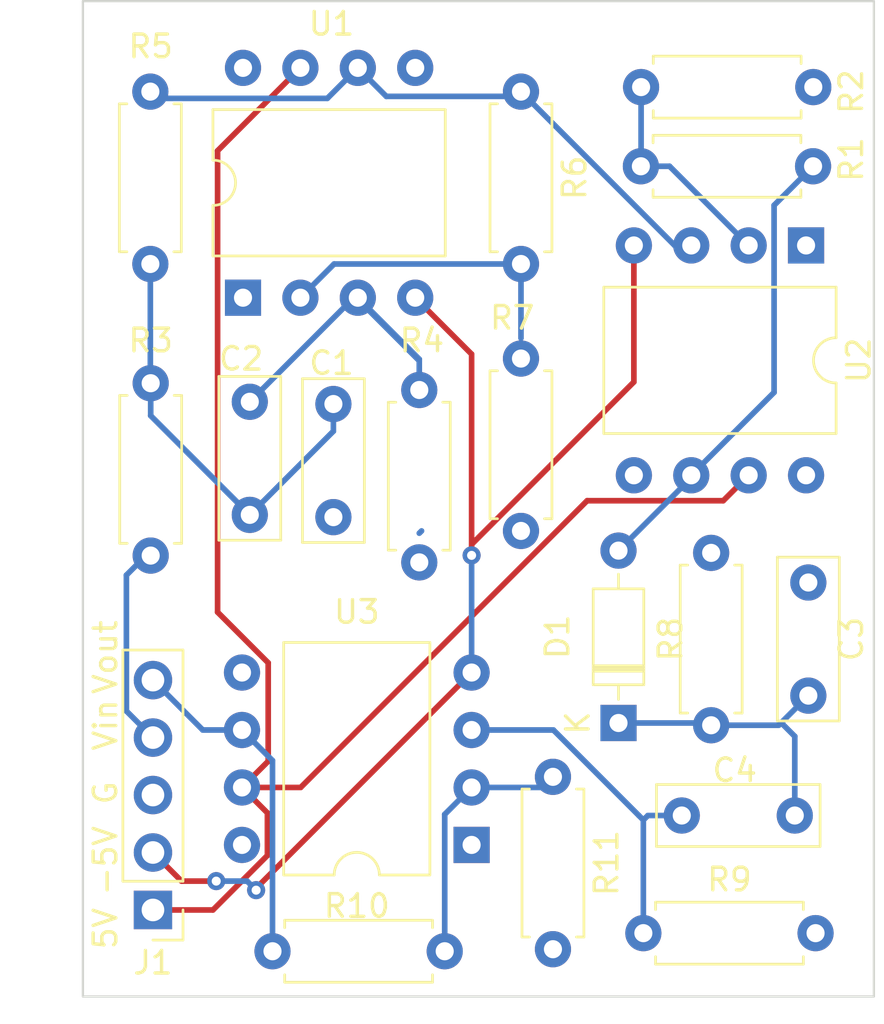
<source format=kicad_pcb>
(kicad_pcb (version 20211014) (generator pcbnew)
  (layers (0 "F.Cu" signal) (31 "B.Cu" signal) (34 "B.Paste" user) (35 "F.Paste" user) (36 "B.SilkS" user "B.Silkscreen") (37 "F.SilkS" user "F.Silkscreen") (38 "B.Mask" user) (39 "F.Mask" user) (44 "Edge.Cuts" user))
  (net 0 "")
  (net 1 "GND")
  (net 2 "Net-(C1-Pad2)")
  (net 3 "Net-(C2-Pad2)")
  (net 4 "Net-(C3-Pad1)")
  (net 5 "Net-(C4-Pad2)")
  (net 6 "Net-(R1-Pad1)")
  (net 7 "+5V")
  (net 8 "-5V")
  (net 9 "Net-(R1-Pad2)")
  (net 10 "V_in")
  (net 11 "Net-(R5-Pad2)")
  (net 12 "Net-(R6-Pad2)")
  (net 13 "V_out")
  (net 14 "Net-(R10-Pad2)")
  (footprint "Capacitor_THT:C_Disc_D7.0mm_W2.5mm_P5.00mm" (layer "F.Cu") (at 94.085 83.81 90)
    (fp_text reference "C1" (at 6.81 -0.085) (layer "F.SilkS"))
    (fp_text value "C")
    (fp_line (start -1.12 1.37) (end 6.12 1.37) (layer "F.SilkS") (width 0.12))
    (fp_line (start -1.12 -1.37) (end 6.12 -1.37) (layer "F.SilkS") (width 0.12))
    (fp_line (start 6.12 -1.37) (end 6.12 1.37) (layer "F.SilkS") (width 0.12))
    (fp_line (start -1.12 -1.37) (end -1.12 1.37) (layer "F.SilkS") (width 0.12))
    (pad "1" thru_hole circle (at 0 0 90) (size 1.6 1.6) (drill 0.8) (layers *.Cu *.Mask) (net 1 "GND"))
    (pad "2" thru_hole circle (at 5 0 90) (size 1.6 1.6) (drill 0.8) (layers *.Cu *.Mask) (net 2 "Net-(C1-Pad2)"))
  )
  (footprint "Resistor_THT:R_Axial_DIN0207_L6.3mm_D2.5mm_P7.62mm_Horizontal" (layer "F.Cu") (at 110.8 93.01 90)
    (fp_text reference "R8" (at 3.81 -1.8 90) (layer "F.SilkS"))
    (fp_text value "R")
    (fp_line (start 7.08 1.37) (end 7.08 1.04) (layer "F.SilkS") (width 0.12))
    (fp_line (start 0.54 1.04) (end 0.54 1.37) (layer "F.SilkS") (width 0.12))
    (fp_line (start 0.54 -1.37) (end 7.08 -1.37) (layer "F.SilkS") (width 0.12))
    (fp_line (start 0.54 -1.04) (end 0.54 -1.37) (layer "F.SilkS") (width 0.12))
    (fp_line (start 0.54 1.37) (end 7.08 1.37) (layer "F.SilkS") (width 0.12))
    (fp_line (start 7.08 -1.37) (end 7.08 -1.04) (layer "F.SilkS") (width 0.12))
    (pad "1" thru_hole circle (at 0 0 90) (size 1.6 1.6) (drill 0.8) (layers *.Cu *.Mask) (net 4 "Net-(C3-Pad1)"))
    (pad "2" thru_hole oval (at 7.62 0 90) (size 1.6 1.6) (drill 0.8) (layers *.Cu *.Mask) (net 1 "GND"))
  )
  (footprint "Package_DIP:DIP-8_W10.16mm" (layer "F.Cu") (at 115 71.8 -90)
    (fp_text reference "U2" (at 5.08 -2.33 90) (layer "F.SilkS"))
    (fp_text value "LM741")
    (fp_line (start 1.845 -1.33) (end 1.845 8.95) (layer "F.SilkS") (width 0.12))
    (fp_line (start 4.08 -1.33) (end 1.845 -1.33) (layer "F.SilkS") (width 0.12))
    (fp_line (start 8.315 8.95) (end 8.315 -1.33) (layer "F.SilkS") (width 0.12))
    (fp_line (start 8.315 -1.33) (end 6.08 -1.33) (layer "F.SilkS") (width 0.12))
    (fp_line (start 1.845 8.95) (end 8.315 8.95) (layer "F.SilkS") (width 0.12))
    (fp_arc (start 6.08 -1.33) (mid 5.08 -0.33) (end 4.08 -1.33) (layer "F.SilkS") (width 0.12))
    (pad "1" thru_hole rect (at 0 0 270) (size 1.6 1.6) (drill 0.8) (layers *.Cu *.Mask))
    (pad "2" thru_hole oval (at 0 2.54 270) (size 1.6 1.6) (drill 0.8) (layers *.Cu *.Mask) (net 9 "Net-(R1-Pad2)"))
    (pad "3" thru_hole oval (at 0 5.08 270) (size 1.6 1.6) (drill 0.8) (layers *.Cu *.Mask) (net 11 "Net-(R5-Pad2)"))
    (pad "4" thru_hole oval (at 0 7.62 270) (size 1.6 1.6) (drill 0.8) (layers *.Cu *.Mask) (net 8 "-5V"))
    (pad "5" thru_hole oval (at 10.16 7.62 270) (size 1.6 1.6) (drill 0.8) (layers *.Cu *.Mask))
    (pad "6" thru_hole oval (at 10.16 5.08 270) (size 1.6 1.6) (drill 0.8) (layers *.Cu *.Mask) (net 6 "Net-(R1-Pad1)"))
    (pad "7" thru_hole oval (at 10.16 2.54 270) (size 1.6 1.6) (drill 0.8) (layers *.Cu *.Mask) (net 7 "+5V"))
    (pad "8" thru_hole oval (at 10.16 0 270) (size 1.6 1.6) (drill 0.8) (layers *.Cu *.Mask))
  )
  (footprint "Resistor_THT:R_Axial_DIN0207_L6.3mm_D2.5mm_P7.62mm_Horizontal" (layer "F.Cu") (at 107.8 102.2)
    (fp_text reference "R9" (at 3.81 -2.37) (layer "F.SilkS"))
    (fp_text value "R")
    (fp_line (start 7.08 1.37) (end 7.08 1.04) (layer "F.SilkS") (width 0.12))
    (fp_line (start 0.54 1.37) (end 7.08 1.37) (layer "F.SilkS") (width 0.12))
    (fp_line (start 0.54 1.04) (end 0.54 1.37) (layer "F.SilkS") (width 0.12))
    (fp_line (start 7.08 -1.37) (end 7.08 -1.04) (layer "F.SilkS") (width 0.12))
    (fp_line (start 0.54 -1.04) (end 0.54 -1.37) (layer "F.SilkS") (width 0.12))
    (fp_line (start 0.54 -1.37) (end 7.08 -1.37) (layer "F.SilkS") (width 0.12))
    (pad "1" thru_hole circle (at 0 0) (size 1.6 1.6) (drill 0.8) (layers *.Cu *.Mask) (net 5 "Net-(C4-Pad2)"))
    (pad "2" thru_hole oval (at 7.62 0) (size 1.6 1.6) (drill 0.8) (layers *.Cu *.Mask) (net 1 "GND"))
  )
  (footprint "Capacitor_THT:C_Disc_D7.0mm_W2.5mm_P5.00mm" (layer "F.Cu") (at 115.1 91.7 90)
    (fp_text reference "C3" (at 2.5 1.9 90) (layer "F.SilkS"))
    (fp_text value "C")
    (fp_line (start 6.12 -1.37) (end 6.12 1.37) (layer "F.SilkS") (width 0.12))
    (fp_line (start -1.12 1.37) (end 6.12 1.37) (layer "F.SilkS") (width 0.12))
    (fp_line (start -1.12 -1.37) (end -1.12 1.37) (layer "F.SilkS") (width 0.12))
    (fp_line (start -1.12 -1.37) (end 6.12 -1.37) (layer "F.SilkS") (width 0.12))
    (pad "1" thru_hole circle (at 0 0 90) (size 1.6 1.6) (drill 0.8) (layers *.Cu *.Mask) (net 4 "Net-(C3-Pad1)"))
    (pad "2" thru_hole circle (at 5 0 90) (size 1.6 1.6) (drill 0.8) (layers *.Cu *.Mask) (net 1 "GND"))
  )
  (footprint "Resistor_THT:R_Axial_DIN0207_L6.3mm_D2.5mm_P7.62mm_Horizontal" (layer "F.Cu") (at 85.985 72.62 90)
    (fp_text reference "R5" (at 9.62 0.015 180) (layer "F.SilkS"))
    (fp_text value "R")
    (fp_line (start 0.54 1.37) (end 7.08 1.37) (layer "F.SilkS") (width 0.12))
    (fp_line (start 7.08 1.37) (end 7.08 1.04) (layer "F.SilkS") (width 0.12))
    (fp_line (start 0.54 -1.37) (end 7.08 -1.37) (layer "F.SilkS") (width 0.12))
    (fp_line (start 0.54 1.04) (end 0.54 1.37) (layer "F.SilkS") (width 0.12))
    (fp_line (start 7.08 -1.37) (end 7.08 -1.04) (layer "F.SilkS") (width 0.12))
    (fp_line (start 0.54 -1.04) (end 0.54 -1.37) (layer "F.SilkS") (width 0.12))
    (pad "1" thru_hole circle (at 0 0 90) (size 1.6 1.6) (drill 0.8) (layers *.Cu *.Mask) (net 2 "Net-(C1-Pad2)"))
    (pad "2" thru_hole oval (at 7.62 0 90) (size 1.6 1.6) (drill 0.8) (layers *.Cu *.Mask) (net 11 "Net-(R5-Pad2)"))
  )
  (footprint "Resistor_THT:R_Axial_DIN0207_L6.3mm_D2.5mm_P7.62mm_Horizontal" (layer "F.Cu") (at 115.31 68.3 180)
    (fp_text reference "R1" (at -1.69 0.3 90) (layer "F.SilkS"))
    (fp_text value "R")
    (fp_line (start 0.54 -1.37) (end 7.08 -1.37) (layer "F.SilkS") (width 0.12))
    (fp_line (start 0.54 1.04) (end 0.54 1.37) (layer "F.SilkS") (width 0.12))
    (fp_line (start 7.08 1.37) (end 7.08 1.04) (layer "F.SilkS") (width 0.12))
    (fp_line (start 7.08 -1.37) (end 7.08 -1.04) (layer "F.SilkS") (width 0.12))
    (fp_line (start 0.54 -1.04) (end 0.54 -1.37) (layer "F.SilkS") (width 0.12))
    (fp_line (start 0.54 1.37) (end 7.08 1.37) (layer "F.SilkS") (width 0.12))
    (pad "1" thru_hole circle (at 0 0 180) (size 1.6 1.6) (drill 0.8) (layers *.Cu *.Mask) (net 6 "Net-(R1-Pad1)"))
    (pad "2" thru_hole oval (at 7.62 0 180) (size 1.6 1.6) (drill 0.8) (layers *.Cu *.Mask) (net 9 "Net-(R1-Pad2)"))
  )
  (footprint "Connector_PinHeader_2.54mm:PinHeader_1x05_P2.54mm_Vertical" (layer "F.Cu") (at 86.1 101.175 180)
    (fp_text reference "J1" (at 0 -2.33) (layer "F.SilkS"))
    (fp_text value "Conn_01x05_Male")
    (fp_line (start 1.33 1.27) (end 1.33 11.49) (layer "F.SilkS") (width 0.12))
    (fp_line (start -1.33 0) (end -1.33 -1.33) (layer "F.SilkS") (width 0.12))
    (fp_line (start -1.33 1.27) (end 1.33 1.27) (layer "F.SilkS") (width 0.12))
    (fp_line (start -1.33 11.49) (end 1.33 11.49) (layer "F.SilkS") (width 0.12))
    (fp_line (start -1.33 1.27) (end -1.33 11.49) (layer "F.SilkS") (width 0.12))
    (fp_line (start -1.33 -1.33) (end 0 -1.33) (layer "F.SilkS") (width 0.12))
    (pad "1" thru_hole rect (at 0 0 180) (size 1.7 1.7) (drill 1) (layers *.Cu *.Mask) (net 7 "+5V"))
    (pad "2" thru_hole oval (at 0 2.54 180) (size 1.7 1.7) (drill 1) (layers *.Cu *.Mask) (net 8 "-5V"))
    (pad "3" thru_hole oval (at 0 5.08 180) (size 1.7 1.7) (drill 1) (layers *.Cu *.Mask) (net 1 "GND"))
    (pad "4" thru_hole oval (at 0 7.62 180) (size 1.7 1.7) (drill 1) (layers *.Cu *.Mask) (net 10 "V_in"))
    (pad "5" thru_hole oval (at 0 10.16 180) (size 1.7 1.7) (drill 1) (layers *.Cu *.Mask) (net 13 "V_out"))
  )
  (footprint "Resistor_THT:R_Axial_DIN0207_L6.3mm_D2.5mm_P7.62mm_Horizontal" (layer "F.Cu") (at 86 85.51 90)
    (fp_text reference "R3" (at 9.51 0 180) (layer "F.SilkS"))
    (fp_text value "R")
    (fp_line (start 0.54 -1.37) (end 7.08 -1.37) (layer "F.SilkS") (width 0.12))
    (fp_line (start 0.54 1.04) (end 0.54 1.37) (layer "F.SilkS") (width 0.12))
    (fp_line (start 7.08 1.37) (end 7.08 1.04) (layer "F.SilkS") (width 0.12))
    (fp_line (start 0.54 1.37) (end 7.08 1.37) (layer "F.SilkS") (width 0.12))
    (fp_line (start 0.54 -1.04) (end 0.54 -1.37) (layer "F.SilkS") (width 0.12))
    (fp_line (start 7.08 -1.37) (end 7.08 -1.04) (layer "F.SilkS") (width 0.12))
    (pad "1" thru_hole circle (at 0 0 90) (size 1.6 1.6) (drill 0.8) (layers *.Cu *.Mask) (net 10 "V_in"))
    (pad "2" thru_hole oval (at 7.62 0 90) (size 1.6 1.6) (drill 0.8) (layers *.Cu *.Mask) (net 2 "Net-(C1-Pad2)"))
  )
  (footprint "Resistor_THT:R_Axial_DIN0207_L6.3mm_D2.5mm_P7.62mm_Horizontal" (layer "F.Cu") (at 103.8 95.29 -90)
    (fp_text reference "R11" (at 3.81 -2.37 90) (layer "F.SilkS"))
    (fp_text value "R")
    (fp_line (start 7.08 1.37) (end 7.08 1.04) (layer "F.SilkS") (width 0.12))
    (fp_line (start 0.54 -1.37) (end 7.08 -1.37) (layer "F.SilkS") (width 0.12))
    (fp_line (start 0.54 1.04) (end 0.54 1.37) (layer "F.SilkS") (width 0.12))
    (fp_line (start 0.54 -1.04) (end 0.54 -1.37) (layer "F.SilkS") (width 0.12))
    (fp_line (start 0.54 1.37) (end 7.08 1.37) (layer "F.SilkS") (width 0.12))
    (fp_line (start 7.08 -1.37) (end 7.08 -1.04) (layer "F.SilkS") (width 0.12))
    (pad "1" thru_hole circle (at 0 0 270) (size 1.6 1.6) (drill 0.8) (layers *.Cu *.Mask) (net 14 "Net-(R10-Pad2)"))
    (pad "2" thru_hole oval (at 7.62 0 270) (size 1.6 1.6) (drill 0.8) (layers *.Cu *.Mask) (net 1 "GND"))
  )
  (footprint "Resistor_THT:R_Axial_DIN0207_L6.3mm_D2.5mm_P7.62mm_Horizontal" (layer "F.Cu") (at 91.39 103)
    (fp_text reference "R10" (at 3.73 -2 180) (layer "F.SilkS"))
    (fp_text value "R")
    (fp_line (start 7.08 1.37) (end 7.08 1.04) (layer "F.SilkS") (width 0.12))
    (fp_line (start 0.54 -1.37) (end 7.08 -1.37) (layer "F.SilkS") (width 0.12))
    (fp_line (start 0.54 -1.04) (end 0.54 -1.37) (layer "F.SilkS") (width 0.12))
    (fp_line (start 0.54 1.37) (end 7.08 1.37) (layer "F.SilkS") (width 0.12))
    (fp_line (start 0.54 1.04) (end 0.54 1.37) (layer "F.SilkS") (width 0.12))
    (fp_line (start 7.08 -1.37) (end 7.08 -1.04) (layer "F.SilkS") (width 0.12))
    (pad "1" thru_hole circle (at 0 0) (size 1.6 1.6) (drill 0.8) (layers *.Cu *.Mask) (net 13 "V_out"))
    (pad "2" thru_hole oval (at 7.62 0) (size 1.6 1.6) (drill 0.8) (layers *.Cu *.Mask) (net 14 "Net-(R10-Pad2)"))
  )
  (footprint "Package_DIP:DIP-8_W10.16mm" (layer "F.Cu") (at 90.085 74.11 90)
    (fp_text reference "U1" (at 12.11 3.915 180) (layer "F.SilkS"))
    (fp_text value "LM741")
    (fp_line (start 1.845 8.95) (end 8.315 8.95) (layer "F.SilkS") (width 0.12))
    (fp_line (start 8.315 -1.33) (end 6.08 -1.33) (layer "F.SilkS") (width 0.12))
    (fp_line (start 1.845 -1.33) (end 1.845 8.95) (layer "F.SilkS") (width 0.12))
    (fp_line (start 8.315 8.95) (end 8.315 -1.33) (layer "F.SilkS") (width 0.12))
    (fp_line (start 4.08 -1.33) (end 1.845 -1.33) (layer "F.SilkS") (width 0.12))
    (fp_arc (start 6.08 -1.33) (mid 5.08 -0.33) (end 4.08 -1.33) (layer "F.SilkS") (width 0.12))
    (pad "1" thru_hole rect (at 0 0 90) (size 1.6 1.6) (drill 0.8) (layers *.Cu *.Mask))
    (pad "2" thru_hole oval (at 0 2.54 90) (size 1.6 1.6) (drill 0.8) (layers *.Cu *.Mask) (net 12 "Net-(R6-Pad2)"))
    (pad "3" thru_hole oval (at 0 5.08 90) (size 1.6 1.6) (drill 0.8) (layers *.Cu *.Mask) (net 3 "Net-(C2-Pad2)"))
    (pad "4" thru_hole oval (at 0 7.62 90) (size 1.6 1.6) (drill 0.8) (layers *.Cu *.Mask) (net 8 "-5V"))
    (pad "5" thru_hole oval (at 10.16 7.62 90) (size 1.6 1.6) (drill 0.8) (layers *.Cu *.Mask))
    (pad "6" thru_hole oval (at 10.16 5.08 90) (size 1.6 1.6) (drill 0.8) (layers *.Cu *.Mask) (net 11 "Net-(R5-Pad2)"))
    (pad "7" thru_hole oval (at 10.16 2.54 90) (size 1.6 1.6) (drill 0.8) (layers *.Cu *.Mask) (net 7 "+5V"))
    (pad "8" thru_hole oval (at 10.16 0 90) (size 1.6 1.6) (drill 0.8) (layers *.Cu *.Mask))
  )
  (footprint "Capacitor_THT:C_Disc_D7.0mm_W2.5mm_P5.00mm" (layer "F.Cu") (at 90.385 83.71 90)
    (fp_text reference "C2" (at 6.9 -0.385 180) (layer "F.SilkS"))
    (fp_text value "C")
    (fp_line (start -1.12 -1.37) (end 6.12 -1.37) (layer "F.SilkS") (width 0.12))
    (fp_line (start 6.12 -1.37) (end 6.12 1.37) (layer "F.SilkS") (width 0.12))
    (fp_line (start -1.12 1.37) (end 6.12 1.37) (layer "F.SilkS") (width 0.12))
    (fp_line (start -1.12 -1.37) (end -1.12 1.37) (layer "F.SilkS") (width 0.12))
    (pad "1" thru_hole circle (at 0 0 90) (size 1.6 1.6) (drill 0.8) (layers *.Cu *.Mask) (net 2 "Net-(C1-Pad2)"))
    (pad "2" thru_hole circle (at 5 0 90) (size 1.6 1.6) (drill 0.8) (layers *.Cu *.Mask) (net 3 "Net-(C2-Pad2)"))
  )
  (footprint "Resistor_THT:R_Axial_DIN0207_L6.3mm_D2.5mm_P7.62mm_Horizontal" (layer "F.Cu") (at 102.385 76.8 -90)
    (fp_text reference "R7" (at -1.8 0.385 180) (layer "F.SilkS"))
    (fp_text value "R")
    (fp_line (start 0.54 -1.37) (end 7.08 -1.37) (layer "F.SilkS") (width 0.12))
    (fp_line (start 7.08 -1.37) (end 7.08 -1.04) (layer "F.SilkS") (width 0.12))
    (fp_line (start 7.08 1.37) (end 7.08 1.04) (layer "F.SilkS") (width 0.12))
    (fp_line (start 0.54 -1.04) (end 0.54 -1.37) (layer "F.SilkS") (width 0.12))
    (fp_line (start 0.54 1.04) (end 0.54 1.37) (layer "F.SilkS") (width 0.12))
    (fp_line (start 0.54 1.37) (end 7.08 1.37) (layer "F.SilkS") (width 0.12))
    (pad "1" thru_hole circle (at 0 0 270) (size 1.6 1.6) (drill 0.8) (layers *.Cu *.Mask) (net 12 "Net-(R6-Pad2)"))
    (pad "2" thru_hole oval (at 7.62 0 270) (size 1.6 1.6) (drill 0.8) (layers *.Cu *.Mask) (net 1 "GND"))
  )
  (footprint "Package_DIP:DIP-8_W10.16mm" (layer "F.Cu") (at 100.2 98.3 180)
    (fp_text reference "U3" (at 5.08 10.3) (layer "F.SilkS"))
    (fp_text value "LM741")
    (fp_line (start 1.845 -1.33) (end 1.845 8.95) (layer "F.SilkS") (width 0.12))
    (fp_line (start 8.315 8.95) (end 8.315 -1.33) (layer "F.SilkS") (width 0.12))
    (fp_line (start 1.845 8.95) (end 8.315 8.95) (layer "F.SilkS") (width 0.12))
    (fp_line (start 4.08 -1.33) (end 1.845 -1.33) (layer "F.SilkS") (width 0.12))
    (fp_line (start 8.315 -1.33) (end 6.08 -1.33) (layer "F.SilkS") (width 0.12))
    (fp_arc (start 6.08 -1.33) (mid 5.08 -0.33) (end 4.08 -1.33) (layer "F.SilkS") (width 0.12))
    (pad "1" thru_hole rect (at 0 0 180) (size 1.6 1.6) (drill 0.8) (layers *.Cu *.Mask))
    (pad "2" thru_hole oval (at 0 2.54 180) (size 1.6 1.6) (drill 0.8) (layers *.Cu *.Mask) (net 14 "Net-(R10-Pad2)"))
    (pad "3" thru_hole oval (at 0 5.08 180) (size 1.6 1.6) (drill 0.8) (layers *.Cu *.Mask) (net 5 "Net-(C4-Pad2)"))
    (pad "4" thru_hole oval (at 0 7.62 180) (size 1.6 1.6) (drill 0.8) (layers *.Cu *.Mask) (net 8 "-5V"))
    (pad "5" thru_hole oval (at 10.16 7.62 180) (size 1.6 1.6) (drill 0.8) (layers *.Cu *.Mask))
    (pad "6" thru_hole oval (at 10.16 5.08 180) (size 1.6 1.6) (drill 0.8) (layers *.Cu *.Mask) (net 13 "V_out"))
    (pad "7" thru_hole oval (at 10.16 2.54 180) (size 1.6 1.6) (drill 0.8) (layers *.Cu *.Mask) (net 7 "+5V"))
    (pad "8" thru_hole oval (at 10.16 0 180) (size 1.6 1.6) (drill 0.8) (layers *.Cu *.Mask))
  )
  (footprint "Resistor_THT:R_Axial_DIN0207_L6.3mm_D2.5mm_P7.62mm_Horizontal" (layer "F.Cu") (at 107.7 64.8)
    (fp_text reference "R2" (at 9.3 0.2 90) (layer "F.SilkS"))
    (fp_text value "R")
    (fp_line (start 7.08 1.37) (end 7.08 1.04) (layer "F.SilkS") (width 0.12))
    (fp_line (start 0.54 1.37) (end 7.08 1.37) (layer "F.SilkS") (width 0.12))
    (fp_line (start 0.54 -1.37) (end 7.08 -1.37) (layer "F.SilkS") (width 0.12))
    (fp_line (start 0.54 1.04) (end 0.54 1.37) (layer "F.SilkS") (width 0.12))
    (fp_line (start 0.54 -1.04) (end 0.54 -1.37) (layer "F.SilkS") (width 0.12))
    (fp_line (start 7.08 -1.37) (end 7.08 -1.04) (layer "F.SilkS") (width 0.12))
    (pad "1" thru_hole circle (at 0 0) (size 1.6 1.6) (drill 0.8) (layers *.Cu *.Mask) (net 9 "Net-(R1-Pad2)"))
    (pad "2" thru_hole oval (at 7.62 0) (size 1.6 1.6) (drill 0.8) (layers *.Cu *.Mask) (net 1 "GND"))
  )
  (footprint "Resistor_THT:R_Axial_DIN0207_L6.3mm_D2.5mm_P7.62mm_Horizontal" (layer "F.Cu") (at 97.885 78.19 -90)
    (fp_text reference "R4" (at -2.19 -0.115 180) (layer "F.SilkS"))
    (fp_text value "R")
    (fp_line (start 7.08 -1.37) (end 7.08 -1.04) (layer "F.SilkS") (width 0.12))
    (fp_line (start 0.54 -1.04) (end 0.54 -1.37) (layer "F.SilkS") (width 0.12))
    (fp_line (start 0.54 1.37) (end 7.08 1.37) (layer "F.SilkS") (width 0.12))
    (fp_line (start 0.54 1.04) (end 0.54 1.37) (layer "F.SilkS") (width 0.12))
    (fp_line (start 7.08 1.37) (end 7.08 1.04) (layer "F.SilkS") (width 0.12))
    (fp_line (start 0.54 -1.37) (end 7.08 -1.37) (layer "F.SilkS") (width 0.12))
    (pad "1" thru_hole circle (at 0 0 270) (size 1.6 1.6) (drill 0.8) (layers *.Cu *.Mask) (net 3 "Net-(C2-Pad2)"))
    (pad "2" thru_hole oval (at 7.62 0 270) (size 1.6 1.6) (drill 0.8) (layers *.Cu *.Mask) (net 1 "GND"))
  )
  (footprint "Capacitor_THT:C_Disc_D7.0mm_W2.5mm_P5.00mm" (layer "F.Cu") (at 114.5 97 180)
    (fp_text reference "C4" (at 2.66 2) (layer "F.SilkS"))
    (fp_text value "C")
    (fp_line (start -1.12 -1.37) (end -1.12 1.37) (layer "F.SilkS") (width 0.12))
    (fp_line (start 6.12 -1.37) (end 6.12 1.37) (layer "F.SilkS") (width 0.12))
    (fp_line (start -1.12 1.37) (end 6.12 1.37) (layer "F.SilkS") (width 0.12))
    (fp_line (start -1.12 -1.37) (end 6.12 -1.37) (layer "F.SilkS") (width 0.12))
    (pad "1" thru_hole circle (at 0 0 180) (size 1.6 1.6) (drill 0.8) (layers *.Cu *.Mask) (net 4 "Net-(C3-Pad1)"))
    (pad "2" thru_hole circle (at 5 0 180) (size 1.6 1.6) (drill 0.8) (layers *.Cu *.Mask) (net 5 "Net-(C4-Pad2)"))
  )
  (footprint "Diode_THT:D_DO-35_SOD27_P7.62mm_Horizontal" (layer "F.Cu") (at 106.7 92.91 90)
    (fp_text reference "D1" (at 3.81 -2.7 90) (layer "F.SilkS"))
    (fp_text value "1N4448")
    (fp_text user "K" (at 0 -1.8 90) (layer "F.SilkS"))
    (fp_line (start 5.93 -1.12) (end 1.69 -1.12) (layer "F.SilkS") (width 0.12))
    (fp_line (start 2.41 -1.12) (end 2.41 1.12) (layer "F.SilkS") (width 0.12))
    (fp_line (start 5.93 1.12) (end 5.93 -1.12) (layer "F.SilkS") (width 0.12))
    (fp_line (start 1.04 0) (end 1.69 0) (layer "F.SilkS") (width 0.12))
    (fp_line (start 2.29 -1.12) (end 2.29 1.12) (layer "F.SilkS") (width 0.12))
    (fp_line (start 2.53 -1.12) (end 2.53 1.12) (layer "F.SilkS") (width 0.12))
    (fp_line (start 1.69 -1.12) (end 1.69 1.12) (layer "F.SilkS") (width 0.12))
    (fp_line (start 1.69 1.12) (end 5.93 1.12) (layer "F.SilkS") (width 0.12))
    (fp_line (start 6.58 0) (end 5.93 0) (layer "F.SilkS") (width 0.12))
    (pad "1" thru_hole rect (at 0 0 90) (size 1.6 1.6) (drill 0.8) (layers *.Cu *.Mask) (net 4 "Net-(C3-Pad1)"))
    (pad "2" thru_hole oval (at 7.62 0 90) (size 1.6 1.6) (drill 0.8) (layers *.Cu *.Mask) (net 6 "Net-(R1-Pad1)"))
  )
  (footprint "Resistor_THT:R_Axial_DIN0207_L6.3mm_D2.5mm_P7.62mm_Horizontal" (layer "F.Cu") (at 102.385 65 -90)
    (fp_text reference "R6" (at 3.81 -2.37 90) (layer "F.SilkS"))
    (fp_text value "R")
    (fp_line (start 7.08 1.37) (end 7.08 1.04) (layer "F.SilkS") (width 0.12))
    (fp_line (start 0.54 1.04) (end 0.54 1.37) (layer "F.SilkS") (width 0.12))
    (fp_line (start 0.54 -1.04) (end 0.54 -1.37) (layer "F.SilkS") (width 0.12))
    (fp_line (start 7.08 -1.37) (end 7.08 -1.04) (layer "F.SilkS") (width 0.12))
    (fp_line (start 0.54 -1.37) (end 7.08 -1.37) (layer "F.SilkS") (width 0.12))
    (fp_line (start 0.54 1.37) (end 7.08 1.37) (layer "F.SilkS") (width 0.12))
    (pad "1" thru_hole circle (at 0 0 270) (size 1.6 1.6) (drill 0.8) (layers *.Cu *.Mask) (net 11 "Net-(R5-Pad2)"))
    (pad "2" thru_hole oval (at 7.62 0 270) (size 1.6 1.6) (drill 0.8) (layers *.Cu *.Mask) (net 12 "Net-(R6-Pad2)"))
  )
  (gr_rect (start 118 105) (end 83 61) (layer "Edge.Cuts") (width 0.1) (fill none))
  (gr_text "5V" (at 84 102 90) (layer "F.SilkS") (effects (font (size 1 1))))
  (gr_text "Vout" (at 84 90 90) (layer "F.SilkS") (effects (font (size 1 1))))
  (gr_text "G\n" (at 84 96 90) (layer "F.SilkS") (effects (font (size 1 1))))
  (gr_text "Vin\n" (at 84 93 90) (layer "F.SilkS") (effects (font (size 1 1))))
  (gr_text "-5V" (at 84 99 90) (layer "F.SilkS") (effects (font (size 1 1))))
  (segment (start 104.11 102.6) (end 103.8 102.91) (width 0.25) (layer "B.Cu") (net 1))
  (segment (start 97.985 84.42) (end 97.885 84.52) (width 0.25) (layer "B.Cu") (net 1))
  (segment (start 94.085 78.81) (end 94.085 80.01) (width 0.25) (layer "B.Cu") (net 2))
  (segment (start 86 79.325) (end 90.385 83.71) (width 0.25) (layer "B.Cu") (net 2))
  (segment (start 90.185 83.91) (end 90.385 83.71) (width 0.25) (layer "B.Cu") (net 2))
  (segment (start 87.585 80.91) (end 90.385 83.71) (width 0.25) (layer "B.Cu") (net 2))
  (segment (start 85.985 72.62) (end 85.985 77.875) (width 0.25) (layer "B.Cu") (net 2))
  (segment (start 86 77.89) (end 86 79.325) (width 0.25) (layer "B.Cu") (net 2))
  (segment (start 85.985 77.875) (end 86 77.89) (width 0.25) (layer "B.Cu") (net 2))
  (segment (start 94.085 80.01) (end 90.385 83.71) (width 0.25) (layer "B.Cu") (net 2))
  (segment (start 95.165 74.18) (end 95.165 74.11) (width 0.25) (layer "B.Cu") (net 3))
  (segment (start 94.985 74.11) (end 95.165 74.11) (width 0.25) (layer "B.Cu") (net 3))
  (segment (start 97.885 78.19) (end 97.885 76.83) (width 0.25) (layer "B.Cu") (net 3))
  (segment (start 97.885 76.9) (end 95.165 74.18) (width 0.25) (layer "B.Cu") (net 3))
  (segment (start 90.385 78.71) (end 94.985 74.11) (width 0.25) (layer "B.Cu") (net 3))
  (segment (start 97.885 76.83) (end 95.165 74.11) (width 0.25) (layer "B.Cu") (net 3))
  (segment (start 113.79 93.01) (end 115.1 91.7) (width 0.25) (layer "B.Cu") (net 4))
  (segment (start 106.7 92.91) (end 110.7 92.91) (width 0.25) (layer "B.Cu") (net 4))
  (segment (start 114.5 97) (end 114.5 93.5) (width 0.25) (layer "B.Cu") (net 4))
  (segment (start 110.7 92.91) (end 110.8 93.01) (width 0.25) (layer "B.Cu") (net 4))
  (segment (start 114.5 93.5) (end 114 93) (width 0.25) (layer "B.Cu") (net 4))
  (segment (start 110.8 93.01) (end 113.79 93.01) (width 0.25) (layer "B.Cu") (net 4))
  (segment (start 107.6 97) (end 103.82 93.22) (width 0.25) (layer "B.Cu") (net 5))
  (segment (start 107.8 102.2) (end 107.8 97.2) (width 0.25) (layer "B.Cu") (net 5))
  (segment (start 109.5 97) (end 108 97) (width 0.25) (layer "B.Cu") (net 5))
  (segment (start 108 97) (end 107.8 97.2) (width 0.25) (layer "B.Cu") (net 5))
  (segment (start 107.8 97.2) (end 107.6 97) (width 0.25) (layer "B.Cu") (net 5))
  (segment (start 103.82 93.22) (end 100.2 93.22) (width 0.25) (layer "B.Cu") (net 5))
  (segment (start 113.584511 70.025489) (end 113.584511 78.295489) (width 0.25) (layer "B.Cu") (net 6))
  (segment (start 109.92 82.07) (end 109.92 81.96) (width 0.25) (layer "B.Cu") (net 6))
  (segment (start 106.7 85.29) (end 109.92 82.07) (width 0.25) (layer "B.Cu") (net 6))
  (segment (start 113.584511 78.295489) (end 109.92 81.96) (width 0.25) (layer "B.Cu") (net 6))
  (segment (start 115.31 68.3) (end 113.584511 70.025489) (width 0.25) (layer "B.Cu") (net 6))
  (segment (start 92.625 63.95) (end 88.960489 67.614511) (width 0.25) (layer "F.Cu") (net 7))
  (segment (start 88.7553 101.175) (end 91.164511 98.765789) (width 0.25) (layer "F.Cu") (net 7))
  (segment (start 90.04 95.76) (end 92.6353 95.76) (width 0.25) (layer "F.Cu") (net 7))
  (segment (start 86.1 101.175) (end 88.7553 101.175) (width 0.25) (layer "F.Cu") (net 7))
  (segment (start 91.164511 96.884511) (end 90.04 95.76) (width 0.25) (layer "F.Cu") (net 7))
  (segment (start 88.960489 88.010189) (end 91.2 90.2497) (width 0.25) (layer "F.Cu") (net 7))
  (segment (start 88.960489 67.614511) (end 88.960489 88.010189) (width 0.25) (layer "F.Cu") (net 7))
  (segment (start 92.6353 95.76) (end 105.310789 83.084511) (width 0.25) (layer "F.Cu") (net 7))
  (segment (start 91.164511 98.765789) (end 91.164511 96.884511) (width 0.25) (layer "F.Cu") (net 7))
  (segment (start 91.2 90.2497) (end 91.2 94.6) (width 0.25) (layer "F.Cu") (net 7))
  (segment (start 91.2 94.6) (end 90.04 95.76) (width 0.25) (layer "F.Cu") (net 7))
  (segment (start 111.335489 83.084511) (end 112.46 81.96) (width 0.25) (layer "F.Cu") (net 7))
  (segment (start 105.310789 83.084511) (end 111.335489 83.084511) (width 0.25) (layer "F.Cu") (net 7))
  (segment (start 90.6655 100.2145) (end 100.2 90.68) (width 0.25) (layer "F.Cu") (net 8))
  (segment (start 90.6655 100.3) (end 90.6655 100.2145) (width 0.25) (layer "F.Cu") (net 8))
  (segment (start 86.1 98.635) (end 87.365 99.9) (width 0.25) (layer "F.Cu") (net 8))
  (segment (start 100.2 85.5) (end 100.2 85.0147) (width 0.25) (layer "F.Cu") (net 8))
  (segment (start 100.2 76.605) (end 97.705 74.11) (width 0.25) (layer "F.Cu") (net 8))
  (segment (start 100.2 85.0147) (end 107.38 77.8347) (width 0.25) (layer "F.Cu") (net 8))
  (segment (start 100.2 85.5) (end 100.2 76.605) (width 0.25) (layer "F.Cu") (net 8))
  (segment (start 87.365 99.9) (end 88.9 99.9) (width 0.25) (layer "F.Cu") (net 8))
  (segment (start 107.38 77.8347) (end 107.38 71.8) (width 0.25) (layer "F.Cu") (net 8))
  (via (at 90.6655 100.3) (size 0.8) (drill 0.4) (layers "F.Cu" "B.Cu") (net 8))
  (via (at 88.9 99.9) (size 0.8) (drill 0.4) (layers "F.Cu" "B.Cu") (net 8))
  (via (at 100.2 85.5) (size 0.8) (drill 0.4) (layers "F.Cu" "B.Cu") (net 8))
  (segment (start 100.2 90.68) (end 100.2 85.5) (width 0.25) (layer "B.Cu") (net 8))
  (segment (start 90.2655 99.9) (end 90.6655 100.3) (width 0.25) (layer "B.Cu") (net 8))
  (segment (start 88.9 99.9) (end 90.2655 99.9) (width 0.25) (layer "B.Cu") (net 8))
  (segment (start 107.69 68.3) (end 108.96 68.3) (width 0.25) (layer "B.Cu") (net 9))
  (segment (start 107.7 68.29) (end 107.69 68.3) (width 0.25) (layer "B.Cu") (net 9))
  (segment (start 107.7 64.8) (end 107.7 68.29) (width 0.25) (layer "B.Cu") (net 9))
  (segment (start 108.96 68.3) (end 112.46 71.8) (width 0.25) (layer "B.Cu") (net 9))
  (segment (start 84.925489 92.380489) (end 84.925489 86.374511) (width 0.25) (layer "B.Cu") (net 10))
  (segment (start 84.925489 86.374511) (end 85.8 85.5) (width 0.25) (layer "B.Cu") (net 10))
  (segment (start 86.1 93.555) (end 84.925489 92.380489) (width 0.25) (layer "B.Cu") (net 10))
  (segment (start 85.985 65.3) (end 93.815 65.3) (width 0.25) (layer "B.Cu") (net 11))
  (segment (start 93.815 65.3) (end 95.165 63.95) (width 0.25) (layer "B.Cu") (net 11))
  (segment (start 102.175 65.21) (end 96.425 65.21) (width 0.25) (layer "B.Cu") (net 11))
  (segment (start 102.385 65) (end 109.185 71.8) (width 0.25) (layer "B.Cu") (net 11))
  (segment (start 109.185 71.8) (end 109.92 71.8) (width 0.25) (layer "B.Cu") (net 11))
  (segment (start 102.385 65) (end 102.175 65.21) (width 0.25) (layer "B.Cu") (net 11))
  (segment (start 96.425 65.21) (end 95.165 63.95) (width 0.25) (layer "B.Cu") (net 11))
  (segment (start 102.385 72.62) (end 94.115 72.62) (width 0.25) (layer "B.Cu") (net 12))
  (segment (start 102.385 75.9) (end 102.385 72.62) (width 0.25) (layer "B.Cu") (net 12))
  (segment (start 94.115 72.62) (end 92.625 74.11) (width 0.25) (layer "B.Cu") (net 12))
  (segment (start 88.305 93.22) (end 86.1 91.015) (width 0.25) (layer "B.Cu") (net 13))
  (segment (start 91.39 102.2) (end 91.39 94.57) (width 0.25) (layer "B.Cu") (net 13))
  (segment (start 90.04 93.22) (end 88.305 93.22) (width 0.25) (layer "B.Cu") (net 13))
  (segment (start 91.39 94.57) (end 90.04 93.22) (width 0.25) (layer "B.Cu") (net 13))
  (segment (start 99.01 102.2) (end 99.01 96.95) (width 0.25) (layer "B.Cu") (net 14))
  (segment (start 99.01 96.95) (end 100.2 95.76) (width 0.25) (layer "B.Cu") (net 14))
  (segment (start 103.33 95.76) (end 103.8 95.29) (width 0.25) (layer "B.Cu") (net 14))
  (segment (start 100.2 95.76) (end 103.33 95.76) (width 0.25) (layer "B.Cu") (net 14))
)
</source>
